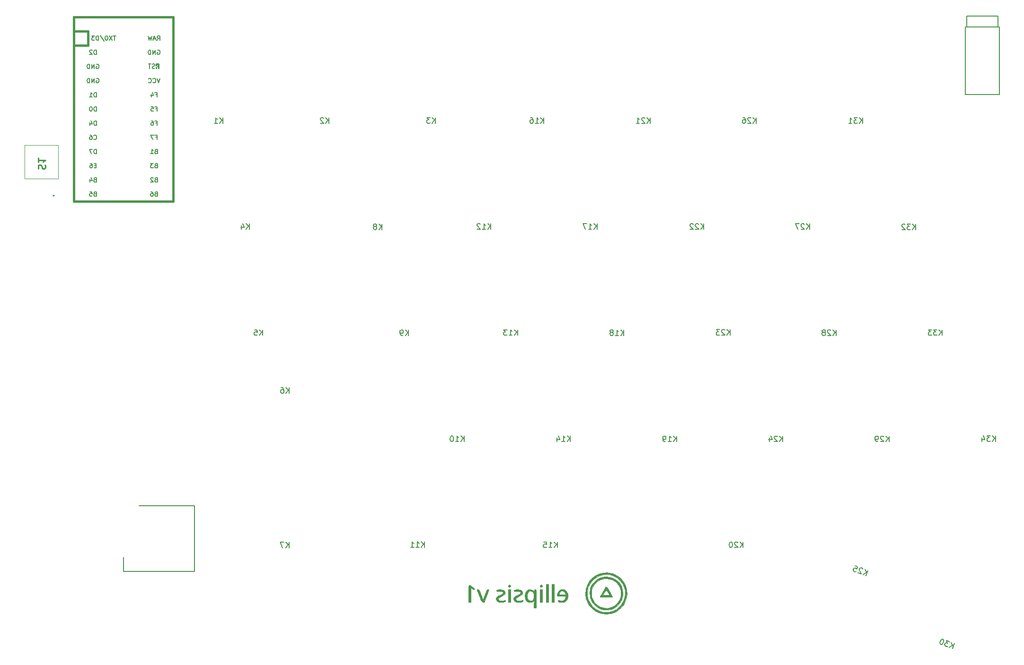
<source format=gbr>
G04 #@! TF.GenerationSoftware,KiCad,Pcbnew,(5.1.5)-3*
G04 #@! TF.CreationDate,2020-05-03T23:18:02-07:00*
G04 #@! TF.ProjectId,left,6c656674-2e6b-4696-9361-645f70636258,rev?*
G04 #@! TF.SameCoordinates,Original*
G04 #@! TF.FileFunction,Legend,Bot*
G04 #@! TF.FilePolarity,Positive*
%FSLAX46Y46*%
G04 Gerber Fmt 4.6, Leading zero omitted, Abs format (unit mm)*
G04 Created by KiCad (PCBNEW (5.1.5)-3) date 2020-05-03 23:18:02*
%MOMM*%
%LPD*%
G04 APERTURE LIST*
%ADD10C,0.010000*%
%ADD11C,0.200000*%
%ADD12C,0.150000*%
%ADD13C,0.100000*%
%ADD14C,0.381000*%
%ADD15C,0.254000*%
G04 APERTURE END LIST*
D10*
G36*
X135778226Y-127041328D02*
G01*
X135703849Y-127154222D01*
X135573051Y-127369824D01*
X135406072Y-127652957D01*
X135223150Y-127968443D01*
X135044524Y-128281104D01*
X134890434Y-128555761D01*
X134781118Y-128757237D01*
X134736815Y-128850353D01*
X134736666Y-128851704D01*
X134816091Y-128864958D01*
X135033408Y-128875977D01*
X135357180Y-128883742D01*
X135755969Y-128887236D01*
X135837333Y-128887333D01*
X136246659Y-128882752D01*
X136586809Y-128870218D01*
X136826390Y-128851543D01*
X136934008Y-128828540D01*
X136936946Y-128823833D01*
X136896030Y-128730419D01*
X136799549Y-128548667D01*
X136436638Y-128548667D01*
X135237528Y-128548667D01*
X135466212Y-128146500D01*
X135647570Y-127836312D01*
X135775130Y-127669488D01*
X135877988Y-127641734D01*
X135985241Y-127748758D01*
X136125985Y-127986267D01*
X136158152Y-128044412D01*
X136436638Y-128548667D01*
X136799549Y-128548667D01*
X136785134Y-128521513D01*
X136620755Y-128227213D01*
X136419391Y-127877613D01*
X136400718Y-127845662D01*
X136163419Y-127450704D01*
X135991631Y-127192074D01*
X135874064Y-127055185D01*
X135799428Y-127025448D01*
X135778226Y-127041328D01*
G37*
X135778226Y-127041328D02*
X135703849Y-127154222D01*
X135573051Y-127369824D01*
X135406072Y-127652957D01*
X135223150Y-127968443D01*
X135044524Y-128281104D01*
X134890434Y-128555761D01*
X134781118Y-128757237D01*
X134736815Y-128850353D01*
X134736666Y-128851704D01*
X134816091Y-128864958D01*
X135033408Y-128875977D01*
X135357180Y-128883742D01*
X135755969Y-128887236D01*
X135837333Y-128887333D01*
X136246659Y-128882752D01*
X136586809Y-128870218D01*
X136826390Y-128851543D01*
X136934008Y-128828540D01*
X136936946Y-128823833D01*
X136896030Y-128730419D01*
X136799549Y-128548667D01*
X136436638Y-128548667D01*
X135237528Y-128548667D01*
X135466212Y-128146500D01*
X135647570Y-127836312D01*
X135775130Y-127669488D01*
X135877988Y-127641734D01*
X135985241Y-127748758D01*
X136125985Y-127986267D01*
X136158152Y-128044412D01*
X136436638Y-128548667D01*
X136799549Y-128548667D01*
X136785134Y-128521513D01*
X136620755Y-128227213D01*
X136419391Y-127877613D01*
X136400718Y-127845662D01*
X136163419Y-127450704D01*
X135991631Y-127192074D01*
X135874064Y-127055185D01*
X135799428Y-127025448D01*
X135778226Y-127041328D01*
G36*
X135216307Y-125292358D02*
G01*
X134903228Y-125377624D01*
X134800449Y-125414667D01*
X134290807Y-125680368D01*
X133805381Y-126067863D01*
X133393951Y-126531549D01*
X133152912Y-126923906D01*
X133037997Y-127177995D01*
X132967500Y-127405456D01*
X132931073Y-127662846D01*
X132918371Y-128006721D01*
X132917647Y-128210000D01*
X132925368Y-128623706D01*
X132953088Y-128922831D01*
X133010046Y-129161786D01*
X133105476Y-129394978D01*
X133126045Y-129437667D01*
X133397927Y-129866985D01*
X133773616Y-130292717D01*
X134199954Y-130661926D01*
X134609666Y-130915061D01*
X135021712Y-131051875D01*
X135524173Y-131132920D01*
X136048312Y-131153638D01*
X136525391Y-131109470D01*
X136741220Y-131056393D01*
X137325477Y-130782449D01*
X137856538Y-130375120D01*
X138297701Y-129869548D01*
X138612267Y-129300878D01*
X138634904Y-129243071D01*
X138768148Y-128698405D01*
X138791929Y-128210000D01*
X138495977Y-128210000D01*
X138446068Y-128804940D01*
X138282774Y-129312828D01*
X137985746Y-129785486D01*
X137785311Y-130019827D01*
X137281120Y-130449665D01*
X136709571Y-130731252D01*
X136092650Y-130860186D01*
X135452345Y-130832059D01*
X134810643Y-130642468D01*
X134768839Y-130624197D01*
X134209167Y-130290161D01*
X133765223Y-129853930D01*
X133442364Y-129340102D01*
X133245945Y-128773277D01*
X133181321Y-128178054D01*
X133253846Y-127579030D01*
X133468877Y-127000804D01*
X133831770Y-126467977D01*
X133857646Y-126438784D01*
X134351877Y-125991428D01*
X134894660Y-125702604D01*
X135503735Y-125564338D01*
X135836845Y-125549161D01*
X136474339Y-125611602D01*
X137020240Y-125800260D01*
X137510563Y-126130047D01*
X137725001Y-126330834D01*
X138122509Y-126815573D01*
X138369423Y-127323747D01*
X138483354Y-127898284D01*
X138495977Y-128210000D01*
X138791929Y-128210000D01*
X138797569Y-128094172D01*
X138726318Y-127493384D01*
X138557544Y-126959057D01*
X138516441Y-126873608D01*
X138122459Y-126274951D01*
X137626601Y-125810536D01*
X137035224Y-125484377D01*
X136354684Y-125300487D01*
X135964333Y-125262271D01*
X135544814Y-125257205D01*
X135216307Y-125292358D01*
G37*
X135216307Y-125292358D02*
X134903228Y-125377624D01*
X134800449Y-125414667D01*
X134290807Y-125680368D01*
X133805381Y-126067863D01*
X133393951Y-126531549D01*
X133152912Y-126923906D01*
X133037997Y-127177995D01*
X132967500Y-127405456D01*
X132931073Y-127662846D01*
X132918371Y-128006721D01*
X132917647Y-128210000D01*
X132925368Y-128623706D01*
X132953088Y-128922831D01*
X133010046Y-129161786D01*
X133105476Y-129394978D01*
X133126045Y-129437667D01*
X133397927Y-129866985D01*
X133773616Y-130292717D01*
X134199954Y-130661926D01*
X134609666Y-130915061D01*
X135021712Y-131051875D01*
X135524173Y-131132920D01*
X136048312Y-131153638D01*
X136525391Y-131109470D01*
X136741220Y-131056393D01*
X137325477Y-130782449D01*
X137856538Y-130375120D01*
X138297701Y-129869548D01*
X138612267Y-129300878D01*
X138634904Y-129243071D01*
X138768148Y-128698405D01*
X138791929Y-128210000D01*
X138495977Y-128210000D01*
X138446068Y-128804940D01*
X138282774Y-129312828D01*
X137985746Y-129785486D01*
X137785311Y-130019827D01*
X137281120Y-130449665D01*
X136709571Y-130731252D01*
X136092650Y-130860186D01*
X135452345Y-130832059D01*
X134810643Y-130642468D01*
X134768839Y-130624197D01*
X134209167Y-130290161D01*
X133765223Y-129853930D01*
X133442364Y-129340102D01*
X133245945Y-128773277D01*
X133181321Y-128178054D01*
X133253846Y-127579030D01*
X133468877Y-127000804D01*
X133831770Y-126467977D01*
X133857646Y-126438784D01*
X134351877Y-125991428D01*
X134894660Y-125702604D01*
X135503735Y-125564338D01*
X135836845Y-125549161D01*
X136474339Y-125611602D01*
X137020240Y-125800260D01*
X137510563Y-126130047D01*
X137725001Y-126330834D01*
X138122509Y-126815573D01*
X138369423Y-127323747D01*
X138483354Y-127898284D01*
X138495977Y-128210000D01*
X138791929Y-128210000D01*
X138797569Y-128094172D01*
X138726318Y-127493384D01*
X138557544Y-126959057D01*
X138516441Y-126873608D01*
X138122459Y-126274951D01*
X137626601Y-125810536D01*
X137035224Y-125484377D01*
X136354684Y-125300487D01*
X135964333Y-125262271D01*
X135544814Y-125257205D01*
X135216307Y-125292358D01*
G36*
X118383895Y-126756626D02*
G01*
X118324125Y-126889720D01*
X118327215Y-126917605D01*
X118414596Y-127052662D01*
X118558073Y-127091957D01*
X118682843Y-127022522D01*
X118703831Y-126982900D01*
X118704807Y-126817457D01*
X118666933Y-126753733D01*
X118522832Y-126699398D01*
X118383895Y-126756626D01*
G37*
X118383895Y-126756626D02*
X118324125Y-126889720D01*
X118327215Y-126917605D01*
X118414596Y-127052662D01*
X118558073Y-127091957D01*
X118682843Y-127022522D01*
X118703831Y-126982900D01*
X118704807Y-126817457D01*
X118666933Y-126753733D01*
X118522832Y-126699398D01*
X118383895Y-126756626D01*
G36*
X124056562Y-126756626D02*
G01*
X123996792Y-126889720D01*
X123999881Y-126917605D01*
X124087262Y-127052662D01*
X124230739Y-127091957D01*
X124355510Y-127022522D01*
X124376498Y-126982900D01*
X124377474Y-126817457D01*
X124339600Y-126753733D01*
X124195499Y-126699398D01*
X124056562Y-126756626D01*
G37*
X124056562Y-126756626D02*
X123996792Y-126889720D01*
X123999881Y-126917605D01*
X124087262Y-127052662D01*
X124230739Y-127091957D01*
X124355510Y-127022522D01*
X124376498Y-126982900D01*
X124377474Y-126817457D01*
X124339600Y-126753733D01*
X124195499Y-126699398D01*
X124056562Y-126756626D01*
G36*
X111310779Y-126777220D02*
G01*
X111265932Y-126812219D01*
X111235074Y-126898673D01*
X111215597Y-127059589D01*
X111204888Y-127317975D01*
X111200339Y-127696840D01*
X111199339Y-128219192D01*
X111199333Y-128294667D01*
X111199333Y-129818667D01*
X111622666Y-129818667D01*
X111622666Y-127178947D01*
X111883835Y-127398706D01*
X112100105Y-127542522D01*
X112243053Y-127556622D01*
X112296818Y-127440120D01*
X112296698Y-127421836D01*
X112226525Y-127306795D01*
X112054093Y-127150151D01*
X111828401Y-126986418D01*
X111598453Y-126850112D01*
X111413247Y-126775747D01*
X111372226Y-126770667D01*
X111310779Y-126777220D01*
G37*
X111310779Y-126777220D02*
X111265932Y-126812219D01*
X111235074Y-126898673D01*
X111215597Y-127059589D01*
X111204888Y-127317975D01*
X111200339Y-127696840D01*
X111199339Y-128219192D01*
X111199333Y-128294667D01*
X111199333Y-129818667D01*
X111622666Y-129818667D01*
X111622666Y-127178947D01*
X111883835Y-127398706D01*
X112100105Y-127542522D01*
X112243053Y-127556622D01*
X112296818Y-127440120D01*
X112296698Y-127421836D01*
X112226525Y-127306795D01*
X112054093Y-127150151D01*
X111828401Y-126986418D01*
X111598453Y-126850112D01*
X111413247Y-126775747D01*
X111372226Y-126770667D01*
X111310779Y-126777220D01*
G36*
X112766570Y-127543735D02*
G01*
X112723333Y-127562403D01*
X112751821Y-127647933D01*
X112829984Y-127862053D01*
X112946869Y-128175244D01*
X113091525Y-128557987D01*
X113139567Y-128684236D01*
X113309854Y-129123893D01*
X113437449Y-129429100D01*
X113536559Y-129624893D01*
X113621393Y-129736309D01*
X113706159Y-129788386D01*
X113774526Y-129803120D01*
X113962288Y-129780966D01*
X114066059Y-129633786D01*
X114177152Y-129335505D01*
X114310931Y-128977741D01*
X114452649Y-128599755D01*
X114587557Y-128240807D01*
X114700910Y-127940155D01*
X114777959Y-127737062D01*
X114799651Y-127680833D01*
X114808756Y-127568470D01*
X114688674Y-127533221D01*
X114655235Y-127532667D01*
X114562582Y-127547510D01*
X114482672Y-127609885D01*
X114400351Y-127746555D01*
X114300466Y-127984287D01*
X114167862Y-128349846D01*
X114127944Y-128464000D01*
X113999118Y-128828794D01*
X113890620Y-129126555D01*
X113814138Y-129325844D01*
X113781666Y-129395333D01*
X113747031Y-129320489D01*
X113669130Y-129116918D01*
X113559653Y-128816059D01*
X113435389Y-128464000D01*
X113291400Y-128060880D01*
X113183603Y-127792728D01*
X113097241Y-127633025D01*
X113017559Y-127555251D01*
X112929798Y-127532887D01*
X112917156Y-127532667D01*
X112766570Y-127543735D01*
G37*
X112766570Y-127543735D02*
X112723333Y-127562403D01*
X112751821Y-127647933D01*
X112829984Y-127862053D01*
X112946869Y-128175244D01*
X113091525Y-128557987D01*
X113139567Y-128684236D01*
X113309854Y-129123893D01*
X113437449Y-129429100D01*
X113536559Y-129624893D01*
X113621393Y-129736309D01*
X113706159Y-129788386D01*
X113774526Y-129803120D01*
X113962288Y-129780966D01*
X114066059Y-129633786D01*
X114177152Y-129335505D01*
X114310931Y-128977741D01*
X114452649Y-128599755D01*
X114587557Y-128240807D01*
X114700910Y-127940155D01*
X114777959Y-127737062D01*
X114799651Y-127680833D01*
X114808756Y-127568470D01*
X114688674Y-127533221D01*
X114655235Y-127532667D01*
X114562582Y-127547510D01*
X114482672Y-127609885D01*
X114400351Y-127746555D01*
X114300466Y-127984287D01*
X114167862Y-128349846D01*
X114127944Y-128464000D01*
X113999118Y-128828794D01*
X113890620Y-129126555D01*
X113814138Y-129325844D01*
X113781666Y-129395333D01*
X113747031Y-129320489D01*
X113669130Y-129116918D01*
X113559653Y-128816059D01*
X113435389Y-128464000D01*
X113291400Y-128060880D01*
X113183603Y-127792728D01*
X113097241Y-127633025D01*
X113017559Y-127555251D01*
X112929798Y-127532887D01*
X112917156Y-127532667D01*
X112766570Y-127543735D01*
G36*
X116699825Y-127552072D02*
G01*
X116410839Y-127586642D01*
X116259685Y-127631231D01*
X116215026Y-127703344D01*
X116240829Y-127808449D01*
X116307167Y-127889084D01*
X116446566Y-127891044D01*
X116587031Y-127857391D01*
X116866621Y-127816194D01*
X117130885Y-127830107D01*
X117136413Y-127831287D01*
X117315036Y-127896283D01*
X117368724Y-128013849D01*
X117363705Y-128099935D01*
X117313813Y-128240613D01*
X117179069Y-128356838D01*
X116922048Y-128479260D01*
X116879488Y-128496513D01*
X116593564Y-128638385D01*
X116352619Y-128805034D01*
X116253149Y-128905316D01*
X116143527Y-129088716D01*
X116142775Y-129252390D01*
X116187884Y-129378958D01*
X116328264Y-129589073D01*
X116500706Y-129723017D01*
X116744161Y-129787195D01*
X117059658Y-129812661D01*
X117374323Y-129799149D01*
X117615281Y-129746395D01*
X117655166Y-129727218D01*
X117769341Y-129614634D01*
X117803353Y-129493437D01*
X117754581Y-129420448D01*
X117668932Y-129428791D01*
X117357826Y-129511236D01*
X117036025Y-129539384D01*
X116774521Y-129509207D01*
X116708811Y-129483288D01*
X116550800Y-129339653D01*
X116554556Y-129171779D01*
X116715739Y-128988331D01*
X117030009Y-128797978D01*
X117058903Y-128784011D01*
X117454781Y-128556377D01*
X117686411Y-128326486D01*
X117758827Y-128087975D01*
X117728039Y-127938317D01*
X117559409Y-127722200D01*
X117264263Y-127586924D01*
X116870026Y-127542791D01*
X116699825Y-127552072D01*
G37*
X116699825Y-127552072D02*
X116410839Y-127586642D01*
X116259685Y-127631231D01*
X116215026Y-127703344D01*
X116240829Y-127808449D01*
X116307167Y-127889084D01*
X116446566Y-127891044D01*
X116587031Y-127857391D01*
X116866621Y-127816194D01*
X117130885Y-127830107D01*
X117136413Y-127831287D01*
X117315036Y-127896283D01*
X117368724Y-128013849D01*
X117363705Y-128099935D01*
X117313813Y-128240613D01*
X117179069Y-128356838D01*
X116922048Y-128479260D01*
X116879488Y-128496513D01*
X116593564Y-128638385D01*
X116352619Y-128805034D01*
X116253149Y-128905316D01*
X116143527Y-129088716D01*
X116142775Y-129252390D01*
X116187884Y-129378958D01*
X116328264Y-129589073D01*
X116500706Y-129723017D01*
X116744161Y-129787195D01*
X117059658Y-129812661D01*
X117374323Y-129799149D01*
X117615281Y-129746395D01*
X117655166Y-129727218D01*
X117769341Y-129614634D01*
X117803353Y-129493437D01*
X117754581Y-129420448D01*
X117668932Y-129428791D01*
X117357826Y-129511236D01*
X117036025Y-129539384D01*
X116774521Y-129509207D01*
X116708811Y-129483288D01*
X116550800Y-129339653D01*
X116554556Y-129171779D01*
X116715739Y-128988331D01*
X117030009Y-128797978D01*
X117058903Y-128784011D01*
X117454781Y-128556377D01*
X117686411Y-128326486D01*
X117758827Y-128087975D01*
X117728039Y-127938317D01*
X117559409Y-127722200D01*
X117264263Y-127586924D01*
X116870026Y-127542791D01*
X116699825Y-127552072D01*
G36*
X118311333Y-129818667D02*
G01*
X118734666Y-129818667D01*
X118734666Y-127532667D01*
X118311333Y-127532667D01*
X118311333Y-129818667D01*
G37*
X118311333Y-129818667D02*
X118734666Y-129818667D01*
X118734666Y-127532667D01*
X118311333Y-127532667D01*
X118311333Y-129818667D01*
G36*
X119832491Y-127552072D02*
G01*
X119543505Y-127586642D01*
X119392351Y-127631231D01*
X119347692Y-127703344D01*
X119373496Y-127808449D01*
X119439833Y-127889084D01*
X119579233Y-127891044D01*
X119719698Y-127857391D01*
X119999287Y-127816194D01*
X120263551Y-127830107D01*
X120269080Y-127831287D01*
X120447702Y-127896283D01*
X120501390Y-128013849D01*
X120496371Y-128099935D01*
X120446480Y-128240613D01*
X120311735Y-128356838D01*
X120054715Y-128479260D01*
X120012155Y-128496513D01*
X119726231Y-128638385D01*
X119485286Y-128805034D01*
X119385816Y-128905316D01*
X119276194Y-129088716D01*
X119275442Y-129252390D01*
X119320550Y-129378958D01*
X119460931Y-129589073D01*
X119633373Y-129723017D01*
X119876828Y-129787195D01*
X120192324Y-129812661D01*
X120506989Y-129799149D01*
X120747948Y-129746395D01*
X120787833Y-129727218D01*
X120902008Y-129614634D01*
X120936020Y-129493437D01*
X120887248Y-129420448D01*
X120801598Y-129428791D01*
X120490493Y-129511236D01*
X120168691Y-129539384D01*
X119907188Y-129509207D01*
X119841478Y-129483288D01*
X119683467Y-129339653D01*
X119687223Y-129171779D01*
X119848405Y-128988331D01*
X120162676Y-128797978D01*
X120191569Y-128784011D01*
X120587448Y-128556377D01*
X120819078Y-128326486D01*
X120891494Y-128087975D01*
X120860705Y-127938317D01*
X120692076Y-127722200D01*
X120396930Y-127586924D01*
X120002692Y-127542791D01*
X119832491Y-127552072D01*
G37*
X119832491Y-127552072D02*
X119543505Y-127586642D01*
X119392351Y-127631231D01*
X119347692Y-127703344D01*
X119373496Y-127808449D01*
X119439833Y-127889084D01*
X119579233Y-127891044D01*
X119719698Y-127857391D01*
X119999287Y-127816194D01*
X120263551Y-127830107D01*
X120269080Y-127831287D01*
X120447702Y-127896283D01*
X120501390Y-128013849D01*
X120496371Y-128099935D01*
X120446480Y-128240613D01*
X120311735Y-128356838D01*
X120054715Y-128479260D01*
X120012155Y-128496513D01*
X119726231Y-128638385D01*
X119485286Y-128805034D01*
X119385816Y-128905316D01*
X119276194Y-129088716D01*
X119275442Y-129252390D01*
X119320550Y-129378958D01*
X119460931Y-129589073D01*
X119633373Y-129723017D01*
X119876828Y-129787195D01*
X120192324Y-129812661D01*
X120506989Y-129799149D01*
X120747948Y-129746395D01*
X120787833Y-129727218D01*
X120902008Y-129614634D01*
X120936020Y-129493437D01*
X120887248Y-129420448D01*
X120801598Y-129428791D01*
X120490493Y-129511236D01*
X120168691Y-129539384D01*
X119907188Y-129509207D01*
X119841478Y-129483288D01*
X119683467Y-129339653D01*
X119687223Y-129171779D01*
X119848405Y-128988331D01*
X120162676Y-128797978D01*
X120191569Y-128784011D01*
X120587448Y-128556377D01*
X120819078Y-128326486D01*
X120891494Y-128087975D01*
X120860705Y-127938317D01*
X120692076Y-127722200D01*
X120396930Y-127586924D01*
X120002692Y-127542791D01*
X119832491Y-127552072D01*
G36*
X123984000Y-129818667D02*
G01*
X124407333Y-129818667D01*
X124407333Y-127532667D01*
X123984000Y-127532667D01*
X123984000Y-129818667D01*
G37*
X123984000Y-129818667D02*
X124407333Y-129818667D01*
X124407333Y-127532667D01*
X123984000Y-127532667D01*
X123984000Y-129818667D01*
G36*
X125084666Y-129818667D02*
G01*
X125508000Y-129818667D01*
X125508000Y-126601333D01*
X125084666Y-126601333D01*
X125084666Y-129818667D01*
G37*
X125084666Y-129818667D02*
X125508000Y-129818667D01*
X125508000Y-126601333D01*
X125084666Y-126601333D01*
X125084666Y-129818667D01*
G36*
X126100666Y-129818667D02*
G01*
X126524000Y-129818667D01*
X126524000Y-126601333D01*
X126100666Y-126601333D01*
X126100666Y-129818667D01*
G37*
X126100666Y-129818667D02*
X126524000Y-129818667D01*
X126524000Y-126601333D01*
X126100666Y-126601333D01*
X126100666Y-129818667D01*
G36*
X127584754Y-127616089D02*
G01*
X127427334Y-127705851D01*
X127253154Y-127918166D01*
X127111502Y-128220951D01*
X127036736Y-128535349D01*
X127032472Y-128612167D01*
X127084618Y-128665107D01*
X127254467Y-128698596D01*
X127561288Y-128715142D01*
X127845512Y-128718000D01*
X128659024Y-128718000D01*
X128604324Y-128950833D01*
X128484082Y-129201334D01*
X128278269Y-129417334D01*
X128042577Y-129547615D01*
X127936886Y-129564667D01*
X127722223Y-129541121D01*
X127475941Y-129485910D01*
X127289046Y-129444721D01*
X127213296Y-129477729D01*
X127201333Y-129561518D01*
X127265797Y-129718083D01*
X127335258Y-129767275D01*
X127585160Y-129812084D01*
X127914876Y-129809892D01*
X128243296Y-129766392D01*
X128489308Y-129687276D01*
X128491436Y-129686130D01*
X128749839Y-129457105D01*
X128913250Y-129130420D01*
X128980682Y-128749258D01*
X128955713Y-128417462D01*
X128640666Y-128417462D01*
X128563097Y-128440245D01*
X128358724Y-128456833D01*
X128070055Y-128463937D01*
X128038821Y-128464000D01*
X127436976Y-128464000D01*
X127493122Y-128231167D01*
X127626448Y-127959198D01*
X127838173Y-127810300D01*
X128086196Y-127788577D01*
X128328413Y-127898131D01*
X128516798Y-128131389D01*
X128603011Y-128311306D01*
X128640608Y-128415917D01*
X128640666Y-128417462D01*
X128955713Y-128417462D01*
X128951148Y-128356802D01*
X128823661Y-127996236D01*
X128597233Y-127710743D01*
X128537645Y-127664806D01*
X128255280Y-127554785D01*
X127911871Y-127539499D01*
X127584754Y-127616089D01*
G37*
X127584754Y-127616089D02*
X127427334Y-127705851D01*
X127253154Y-127918166D01*
X127111502Y-128220951D01*
X127036736Y-128535349D01*
X127032472Y-128612167D01*
X127084618Y-128665107D01*
X127254467Y-128698596D01*
X127561288Y-128715142D01*
X127845512Y-128718000D01*
X128659024Y-128718000D01*
X128604324Y-128950833D01*
X128484082Y-129201334D01*
X128278269Y-129417334D01*
X128042577Y-129547615D01*
X127936886Y-129564667D01*
X127722223Y-129541121D01*
X127475941Y-129485910D01*
X127289046Y-129444721D01*
X127213296Y-129477729D01*
X127201333Y-129561518D01*
X127265797Y-129718083D01*
X127335258Y-129767275D01*
X127585160Y-129812084D01*
X127914876Y-129809892D01*
X128243296Y-129766392D01*
X128489308Y-129687276D01*
X128491436Y-129686130D01*
X128749839Y-129457105D01*
X128913250Y-129130420D01*
X128980682Y-128749258D01*
X128955713Y-128417462D01*
X128640666Y-128417462D01*
X128563097Y-128440245D01*
X128358724Y-128456833D01*
X128070055Y-128463937D01*
X128038821Y-128464000D01*
X127436976Y-128464000D01*
X127493122Y-128231167D01*
X127626448Y-127959198D01*
X127838173Y-127810300D01*
X128086196Y-127788577D01*
X128328413Y-127898131D01*
X128516798Y-128131389D01*
X128603011Y-128311306D01*
X128640608Y-128415917D01*
X128640666Y-128417462D01*
X128955713Y-128417462D01*
X128951148Y-128356802D01*
X128823661Y-127996236D01*
X128597233Y-127710743D01*
X128537645Y-127664806D01*
X128255280Y-127554785D01*
X127911871Y-127539499D01*
X127584754Y-127616089D01*
G36*
X122996813Y-127591484D02*
G01*
X122968000Y-127708145D01*
X122968000Y-127883623D01*
X122744915Y-127708145D01*
X122447275Y-127568156D01*
X122100613Y-127540346D01*
X121779937Y-127627422D01*
X121707895Y-127670732D01*
X121471714Y-127931685D01*
X121330909Y-128285547D01*
X121285480Y-128685306D01*
X121335426Y-129083952D01*
X121480749Y-129434474D01*
X121707895Y-129680601D01*
X122004270Y-129796463D01*
X122359494Y-129802485D01*
X122702601Y-129697556D01*
X122705196Y-129696219D01*
X122941984Y-129573771D01*
X122901524Y-130204219D01*
X122861065Y-130834667D01*
X123306666Y-130834667D01*
X123306666Y-129183667D01*
X123306023Y-128659484D01*
X122883333Y-128659484D01*
X122857211Y-129058109D01*
X122771855Y-129320772D01*
X122616780Y-129473678D01*
X122544666Y-129505909D01*
X122254692Y-129550998D01*
X122005800Y-129445046D01*
X121905818Y-129356848D01*
X121783657Y-129205285D01*
X121720591Y-129025456D01*
X121699016Y-128756918D01*
X121698000Y-128643327D01*
X121707236Y-128346913D01*
X121747260Y-128162981D01*
X121836544Y-128035124D01*
X121921085Y-127962145D01*
X122215974Y-127810510D01*
X122497312Y-127818594D01*
X122714000Y-127956000D01*
X122814295Y-128097490D01*
X122866608Y-128299106D01*
X122883168Y-128611654D01*
X122883333Y-128659484D01*
X123306023Y-128659484D01*
X123305970Y-128616671D01*
X123302370Y-128196912D01*
X123293601Y-127902294D01*
X123277395Y-127710722D01*
X123251487Y-127600100D01*
X123213611Y-127548334D01*
X123161501Y-127533327D01*
X123137333Y-127532667D01*
X122996813Y-127591484D01*
G37*
X122996813Y-127591484D02*
X122968000Y-127708145D01*
X122968000Y-127883623D01*
X122744915Y-127708145D01*
X122447275Y-127568156D01*
X122100613Y-127540346D01*
X121779937Y-127627422D01*
X121707895Y-127670732D01*
X121471714Y-127931685D01*
X121330909Y-128285547D01*
X121285480Y-128685306D01*
X121335426Y-129083952D01*
X121480749Y-129434474D01*
X121707895Y-129680601D01*
X122004270Y-129796463D01*
X122359494Y-129802485D01*
X122702601Y-129697556D01*
X122705196Y-129696219D01*
X122941984Y-129573771D01*
X122901524Y-130204219D01*
X122861065Y-130834667D01*
X123306666Y-130834667D01*
X123306666Y-129183667D01*
X123306023Y-128659484D01*
X122883333Y-128659484D01*
X122857211Y-129058109D01*
X122771855Y-129320772D01*
X122616780Y-129473678D01*
X122544666Y-129505909D01*
X122254692Y-129550998D01*
X122005800Y-129445046D01*
X121905818Y-129356848D01*
X121783657Y-129205285D01*
X121720591Y-129025456D01*
X121699016Y-128756918D01*
X121698000Y-128643327D01*
X121707236Y-128346913D01*
X121747260Y-128162981D01*
X121836544Y-128035124D01*
X121921085Y-127962145D01*
X122215974Y-127810510D01*
X122497312Y-127818594D01*
X122714000Y-127956000D01*
X122814295Y-128097490D01*
X122866608Y-128299106D01*
X122883168Y-128611654D01*
X122883333Y-128659484D01*
X123306023Y-128659484D01*
X123305970Y-128616671D01*
X123302370Y-128196912D01*
X123293601Y-127902294D01*
X123277395Y-127710722D01*
X123251487Y-127600100D01*
X123213611Y-127548334D01*
X123161501Y-127533327D01*
X123137333Y-127532667D01*
X122996813Y-127591484D01*
G36*
X135297739Y-124534450D02*
G01*
X134558624Y-124715600D01*
X133887849Y-125036719D01*
X133301394Y-125485101D01*
X132815239Y-126048042D01*
X132445363Y-126712836D01*
X132207747Y-127466778D01*
X132179670Y-127614377D01*
X132130114Y-128366383D01*
X132232854Y-129084475D01*
X132471941Y-129753916D01*
X132831427Y-130359969D01*
X133295364Y-130887895D01*
X133847804Y-131322957D01*
X134472798Y-131650418D01*
X135154398Y-131855540D01*
X135876656Y-131923586D01*
X136623623Y-131839819D01*
X136726333Y-131815866D01*
X137419525Y-131563942D01*
X138057921Y-131177482D01*
X138609543Y-130681865D01*
X139042412Y-130102472D01*
X139160056Y-129884357D01*
X139432567Y-129145564D01*
X139549838Y-128384543D01*
X139546592Y-128315801D01*
X139257717Y-128315801D01*
X139155113Y-128989270D01*
X138923274Y-129639855D01*
X138577647Y-130235451D01*
X138133675Y-130743952D01*
X137606804Y-131133250D01*
X137517561Y-131181449D01*
X137071748Y-131387776D01*
X136670820Y-131511527D01*
X136245373Y-131567644D01*
X135726004Y-131571071D01*
X135710333Y-131570583D01*
X135273883Y-131545242D01*
X134940777Y-131493056D01*
X134645593Y-131401007D01*
X134461276Y-131322060D01*
X133899507Y-130983675D01*
X133381026Y-130521978D01*
X132952677Y-129982954D01*
X132766780Y-129658688D01*
X132642357Y-129393976D01*
X132562638Y-129174721D01*
X132517755Y-128948777D01*
X132497842Y-128663995D01*
X132493031Y-128268230D01*
X132493000Y-128211780D01*
X132496972Y-127796746D01*
X132515414Y-127497864D01*
X132558116Y-127262020D01*
X132634871Y-127036098D01*
X132755467Y-126766983D01*
X132761765Y-126753673D01*
X133140401Y-126136741D01*
X133632369Y-125618925D01*
X134212658Y-125213592D01*
X134856257Y-124934110D01*
X135538153Y-124793846D01*
X136233334Y-124806166D01*
X136366500Y-124827157D01*
X137116644Y-125043299D01*
X137776834Y-125396305D01*
X138333929Y-125873146D01*
X138774787Y-126460796D01*
X139086266Y-127146226D01*
X139215642Y-127651556D01*
X139257717Y-128315801D01*
X139546592Y-128315801D01*
X139514007Y-127625950D01*
X139327214Y-126894439D01*
X138991597Y-126214668D01*
X138820413Y-125968356D01*
X138276873Y-125386247D01*
X137642376Y-124945269D01*
X136927716Y-124651203D01*
X136143688Y-124509829D01*
X136089216Y-124505974D01*
X135297739Y-124534450D01*
G37*
X135297739Y-124534450D02*
X134558624Y-124715600D01*
X133887849Y-125036719D01*
X133301394Y-125485101D01*
X132815239Y-126048042D01*
X132445363Y-126712836D01*
X132207747Y-127466778D01*
X132179670Y-127614377D01*
X132130114Y-128366383D01*
X132232854Y-129084475D01*
X132471941Y-129753916D01*
X132831427Y-130359969D01*
X133295364Y-130887895D01*
X133847804Y-131322957D01*
X134472798Y-131650418D01*
X135154398Y-131855540D01*
X135876656Y-131923586D01*
X136623623Y-131839819D01*
X136726333Y-131815866D01*
X137419525Y-131563942D01*
X138057921Y-131177482D01*
X138609543Y-130681865D01*
X139042412Y-130102472D01*
X139160056Y-129884357D01*
X139432567Y-129145564D01*
X139549838Y-128384543D01*
X139546592Y-128315801D01*
X139257717Y-128315801D01*
X139155113Y-128989270D01*
X138923274Y-129639855D01*
X138577647Y-130235451D01*
X138133675Y-130743952D01*
X137606804Y-131133250D01*
X137517561Y-131181449D01*
X137071748Y-131387776D01*
X136670820Y-131511527D01*
X136245373Y-131567644D01*
X135726004Y-131571071D01*
X135710333Y-131570583D01*
X135273883Y-131545242D01*
X134940777Y-131493056D01*
X134645593Y-131401007D01*
X134461276Y-131322060D01*
X133899507Y-130983675D01*
X133381026Y-130521978D01*
X132952677Y-129982954D01*
X132766780Y-129658688D01*
X132642357Y-129393976D01*
X132562638Y-129174721D01*
X132517755Y-128948777D01*
X132497842Y-128663995D01*
X132493031Y-128268230D01*
X132493000Y-128211780D01*
X132496972Y-127796746D01*
X132515414Y-127497864D01*
X132558116Y-127262020D01*
X132634871Y-127036098D01*
X132755467Y-126766983D01*
X132761765Y-126753673D01*
X133140401Y-126136741D01*
X133632369Y-125618925D01*
X134212658Y-125213592D01*
X134856257Y-124934110D01*
X135538153Y-124793846D01*
X136233334Y-124806166D01*
X136366500Y-124827157D01*
X137116644Y-125043299D01*
X137776834Y-125396305D01*
X138333929Y-125873146D01*
X138774787Y-126460796D01*
X139086266Y-127146226D01*
X139215642Y-127651556D01*
X139257717Y-128315801D01*
X139546592Y-128315801D01*
X139514007Y-127625950D01*
X139327214Y-126894439D01*
X138991597Y-126214668D01*
X138820413Y-125968356D01*
X138276873Y-125386247D01*
X137642376Y-124945269D01*
X136927716Y-124651203D01*
X136143688Y-124509829D01*
X136089216Y-124505974D01*
X135297739Y-124534450D01*
D11*
X52250000Y-112550000D02*
X62200000Y-112550000D01*
X62200000Y-112550000D02*
X62200000Y-124300000D01*
X62200000Y-124300000D02*
X49500000Y-124300000D01*
X49500000Y-124300000D02*
X49500000Y-121750000D01*
D12*
X200100000Y-26800000D02*
X206200000Y-26800000D01*
X200100000Y-38900000D02*
X206200000Y-38900000D01*
X200100000Y-26800000D02*
X200100000Y-38900000D01*
X206200000Y-26800000D02*
X206200000Y-38900000D01*
X200350000Y-26800000D02*
X200350000Y-24800000D01*
X205950000Y-26800000D02*
X205950000Y-24800000D01*
X200350000Y-24800000D02*
X205950000Y-24800000D01*
D13*
X37800000Y-53900000D02*
X37800000Y-47900000D01*
X37800000Y-47900000D02*
X31800000Y-47900000D01*
X31800000Y-47900000D02*
X31800000Y-53900000D01*
X31800000Y-53900000D02*
X37800000Y-53900000D01*
D11*
X37100000Y-57000000D02*
X37100000Y-57000000D01*
X36900000Y-57000000D02*
X36900000Y-57000000D01*
X36900000Y-57000000D02*
G75*
G02X37100000Y-57000000I100000J0D01*
G01*
X37100000Y-57000000D02*
G75*
G02X36900000Y-57000000I-100000J0D01*
G01*
D14*
X43150000Y-30050000D02*
X40610000Y-30050000D01*
X43150000Y-27510000D02*
X43150000Y-30050000D01*
D12*
G36*
X55544635Y-33799030D02*
G01*
X55544635Y-33899030D01*
X55644635Y-33899030D01*
X55644635Y-33799030D01*
X55544635Y-33799030D01*
G37*
X55544635Y-33799030D02*
X55544635Y-33899030D01*
X55644635Y-33899030D01*
X55644635Y-33799030D01*
X55544635Y-33799030D01*
G36*
X55744635Y-33399030D02*
G01*
X55744635Y-34199030D01*
X55844635Y-34199030D01*
X55844635Y-33399030D01*
X55744635Y-33399030D01*
G37*
X55744635Y-33399030D02*
X55744635Y-34199030D01*
X55844635Y-34199030D01*
X55844635Y-33399030D01*
X55744635Y-33399030D01*
G36*
X55344635Y-33999030D02*
G01*
X55344635Y-34199030D01*
X55444635Y-34199030D01*
X55444635Y-33999030D01*
X55344635Y-33999030D01*
G37*
X55344635Y-33999030D02*
X55344635Y-34199030D01*
X55444635Y-34199030D01*
X55444635Y-33999030D01*
X55344635Y-33999030D01*
G36*
X55344635Y-33399030D02*
G01*
X55344635Y-33699030D01*
X55444635Y-33699030D01*
X55444635Y-33399030D01*
X55344635Y-33399030D01*
G37*
X55344635Y-33399030D02*
X55344635Y-33699030D01*
X55444635Y-33699030D01*
X55444635Y-33399030D01*
X55344635Y-33399030D01*
G36*
X55344635Y-33399030D02*
G01*
X55344635Y-33499030D01*
X55844635Y-33499030D01*
X55844635Y-33399030D01*
X55344635Y-33399030D01*
G37*
X55344635Y-33399030D02*
X55344635Y-33499030D01*
X55844635Y-33499030D01*
X55844635Y-33399030D01*
X55344635Y-33399030D01*
D14*
X58390000Y-57990000D02*
X58390000Y-24970000D01*
X40610000Y-57990000D02*
X58390000Y-57990000D01*
X40610000Y-24970000D02*
X40610000Y-57990000D01*
X58390000Y-24970000D02*
X40610000Y-24970000D01*
X43150000Y-27510000D02*
X40610000Y-27510000D01*
D11*
X67263095Y-44020380D02*
X67263095Y-43020380D01*
X66691666Y-44020380D02*
X67120238Y-43448952D01*
X66691666Y-43020380D02*
X67263095Y-43591809D01*
X65739285Y-44020380D02*
X66310714Y-44020380D01*
X66025000Y-44020380D02*
X66025000Y-43020380D01*
X66120238Y-43163238D01*
X66215476Y-43258476D01*
X66310714Y-43306095D01*
X86238095Y-44020380D02*
X86238095Y-43020380D01*
X85666666Y-44020380D02*
X86095238Y-43448952D01*
X85666666Y-43020380D02*
X86238095Y-43591809D01*
X85285714Y-43115619D02*
X85238095Y-43068000D01*
X85142857Y-43020380D01*
X84904761Y-43020380D01*
X84809523Y-43068000D01*
X84761904Y-43115619D01*
X84714285Y-43210857D01*
X84714285Y-43306095D01*
X84761904Y-43448952D01*
X85333333Y-44020380D01*
X84714285Y-44020380D01*
X105263095Y-43995380D02*
X105263095Y-42995380D01*
X104691666Y-43995380D02*
X105120238Y-43423952D01*
X104691666Y-42995380D02*
X105263095Y-43566809D01*
X104358333Y-42995380D02*
X103739285Y-42995380D01*
X104072619Y-43376333D01*
X103929761Y-43376333D01*
X103834523Y-43423952D01*
X103786904Y-43471571D01*
X103739285Y-43566809D01*
X103739285Y-43804904D01*
X103786904Y-43900142D01*
X103834523Y-43947761D01*
X103929761Y-43995380D01*
X104215476Y-43995380D01*
X104310714Y-43947761D01*
X104358333Y-43900142D01*
X72013095Y-62995380D02*
X72013095Y-61995380D01*
X71441666Y-62995380D02*
X71870238Y-62423952D01*
X71441666Y-61995380D02*
X72013095Y-62566809D01*
X70584523Y-62328714D02*
X70584523Y-62995380D01*
X70822619Y-61947761D02*
X71060714Y-62662047D01*
X70441666Y-62662047D01*
X74388095Y-81995380D02*
X74388095Y-80995380D01*
X73816666Y-81995380D02*
X74245238Y-81423952D01*
X73816666Y-80995380D02*
X74388095Y-81566809D01*
X72911904Y-80995380D02*
X73388095Y-80995380D01*
X73435714Y-81471571D01*
X73388095Y-81423952D01*
X73292857Y-81376333D01*
X73054761Y-81376333D01*
X72959523Y-81423952D01*
X72911904Y-81471571D01*
X72864285Y-81566809D01*
X72864285Y-81804904D01*
X72911904Y-81900142D01*
X72959523Y-81947761D01*
X73054761Y-81995380D01*
X73292857Y-81995380D01*
X73388095Y-81947761D01*
X73435714Y-81900142D01*
X79138095Y-92359380D02*
X79138095Y-91359380D01*
X78566666Y-92359380D02*
X78995238Y-91787952D01*
X78566666Y-91359380D02*
X79138095Y-91930809D01*
X77709523Y-91359380D02*
X77900000Y-91359380D01*
X77995238Y-91407000D01*
X78042857Y-91454619D01*
X78138095Y-91597476D01*
X78185714Y-91787952D01*
X78185714Y-92168904D01*
X78138095Y-92264142D01*
X78090476Y-92311761D01*
X77995238Y-92359380D01*
X77804761Y-92359380D01*
X77709523Y-92311761D01*
X77661904Y-92264142D01*
X77614285Y-92168904D01*
X77614285Y-91930809D01*
X77661904Y-91835571D01*
X77709523Y-91787952D01*
X77804761Y-91740333D01*
X77995238Y-91740333D01*
X78090476Y-91787952D01*
X78138095Y-91835571D01*
X78185714Y-91930809D01*
X79088095Y-120045380D02*
X79088095Y-119045380D01*
X78516666Y-120045380D02*
X78945238Y-119473952D01*
X78516666Y-119045380D02*
X79088095Y-119616809D01*
X78183333Y-119045380D02*
X77516666Y-119045380D01*
X77945238Y-120045380D01*
X95738095Y-63045380D02*
X95738095Y-62045380D01*
X95166666Y-63045380D02*
X95595238Y-62473952D01*
X95166666Y-62045380D02*
X95738095Y-62616809D01*
X94595238Y-62473952D02*
X94690476Y-62426333D01*
X94738095Y-62378714D01*
X94785714Y-62283476D01*
X94785714Y-62235857D01*
X94738095Y-62140619D01*
X94690476Y-62093000D01*
X94595238Y-62045380D01*
X94404761Y-62045380D01*
X94309523Y-62093000D01*
X94261904Y-62140619D01*
X94214285Y-62235857D01*
X94214285Y-62283476D01*
X94261904Y-62378714D01*
X94309523Y-62426333D01*
X94404761Y-62473952D01*
X94595238Y-62473952D01*
X94690476Y-62521571D01*
X94738095Y-62569190D01*
X94785714Y-62664428D01*
X94785714Y-62854904D01*
X94738095Y-62950142D01*
X94690476Y-62997761D01*
X94595238Y-63045380D01*
X94404761Y-63045380D01*
X94309523Y-62997761D01*
X94261904Y-62950142D01*
X94214285Y-62854904D01*
X94214285Y-62664428D01*
X94261904Y-62569190D01*
X94309523Y-62521571D01*
X94404761Y-62473952D01*
X100488095Y-82045380D02*
X100488095Y-81045380D01*
X99916666Y-82045380D02*
X100345238Y-81473952D01*
X99916666Y-81045380D02*
X100488095Y-81616809D01*
X99440476Y-82045380D02*
X99250000Y-82045380D01*
X99154761Y-81997761D01*
X99107142Y-81950142D01*
X99011904Y-81807285D01*
X98964285Y-81616809D01*
X98964285Y-81235857D01*
X99011904Y-81140619D01*
X99059523Y-81093000D01*
X99154761Y-81045380D01*
X99345238Y-81045380D01*
X99440476Y-81093000D01*
X99488095Y-81140619D01*
X99535714Y-81235857D01*
X99535714Y-81473952D01*
X99488095Y-81569190D01*
X99440476Y-81616809D01*
X99345238Y-81664428D01*
X99154761Y-81664428D01*
X99059523Y-81616809D01*
X99011904Y-81569190D01*
X98964285Y-81473952D01*
X110414285Y-101020380D02*
X110414285Y-100020380D01*
X109842857Y-101020380D02*
X110271428Y-100448952D01*
X109842857Y-100020380D02*
X110414285Y-100591809D01*
X108890476Y-101020380D02*
X109461904Y-101020380D01*
X109176190Y-101020380D02*
X109176190Y-100020380D01*
X109271428Y-100163238D01*
X109366666Y-100258476D01*
X109461904Y-100306095D01*
X108271428Y-100020380D02*
X108176190Y-100020380D01*
X108080952Y-100068000D01*
X108033333Y-100115619D01*
X107985714Y-100210857D01*
X107938095Y-100401333D01*
X107938095Y-100639428D01*
X107985714Y-100829904D01*
X108033333Y-100925142D01*
X108080952Y-100972761D01*
X108176190Y-101020380D01*
X108271428Y-101020380D01*
X108366666Y-100972761D01*
X108414285Y-100925142D01*
X108461904Y-100829904D01*
X108509523Y-100639428D01*
X108509523Y-100401333D01*
X108461904Y-100210857D01*
X108414285Y-100115619D01*
X108366666Y-100068000D01*
X108271428Y-100020380D01*
X103339285Y-119995380D02*
X103339285Y-118995380D01*
X102767857Y-119995380D02*
X103196428Y-119423952D01*
X102767857Y-118995380D02*
X103339285Y-119566809D01*
X101815476Y-119995380D02*
X102386904Y-119995380D01*
X102101190Y-119995380D02*
X102101190Y-118995380D01*
X102196428Y-119138238D01*
X102291666Y-119233476D01*
X102386904Y-119281095D01*
X100863095Y-119995380D02*
X101434523Y-119995380D01*
X101148809Y-119995380D02*
X101148809Y-118995380D01*
X101244047Y-119138238D01*
X101339285Y-119233476D01*
X101434523Y-119281095D01*
X115214285Y-62995380D02*
X115214285Y-61995380D01*
X114642857Y-62995380D02*
X115071428Y-62423952D01*
X114642857Y-61995380D02*
X115214285Y-62566809D01*
X113690476Y-62995380D02*
X114261904Y-62995380D01*
X113976190Y-62995380D02*
X113976190Y-61995380D01*
X114071428Y-62138238D01*
X114166666Y-62233476D01*
X114261904Y-62281095D01*
X113309523Y-62090619D02*
X113261904Y-62043000D01*
X113166666Y-61995380D01*
X112928571Y-61995380D01*
X112833333Y-62043000D01*
X112785714Y-62090619D01*
X112738095Y-62185857D01*
X112738095Y-62281095D01*
X112785714Y-62423952D01*
X113357142Y-62995380D01*
X112738095Y-62995380D01*
X119989285Y-81995380D02*
X119989285Y-80995380D01*
X119417857Y-81995380D02*
X119846428Y-81423952D01*
X119417857Y-80995380D02*
X119989285Y-81566809D01*
X118465476Y-81995380D02*
X119036904Y-81995380D01*
X118751190Y-81995380D02*
X118751190Y-80995380D01*
X118846428Y-81138238D01*
X118941666Y-81233476D01*
X119036904Y-81281095D01*
X118132142Y-80995380D02*
X117513095Y-80995380D01*
X117846428Y-81376333D01*
X117703571Y-81376333D01*
X117608333Y-81423952D01*
X117560714Y-81471571D01*
X117513095Y-81566809D01*
X117513095Y-81804904D01*
X117560714Y-81900142D01*
X117608333Y-81947761D01*
X117703571Y-81995380D01*
X117989285Y-81995380D01*
X118084523Y-81947761D01*
X118132142Y-81900142D01*
X129439285Y-101020380D02*
X129439285Y-100020380D01*
X128867857Y-101020380D02*
X129296428Y-100448952D01*
X128867857Y-100020380D02*
X129439285Y-100591809D01*
X127915476Y-101020380D02*
X128486904Y-101020380D01*
X128201190Y-101020380D02*
X128201190Y-100020380D01*
X128296428Y-100163238D01*
X128391666Y-100258476D01*
X128486904Y-100306095D01*
X127058333Y-100353714D02*
X127058333Y-101020380D01*
X127296428Y-99972761D02*
X127534523Y-100687047D01*
X126915476Y-100687047D01*
X127089285Y-120020380D02*
X127089285Y-119020380D01*
X126517857Y-120020380D02*
X126946428Y-119448952D01*
X126517857Y-119020380D02*
X127089285Y-119591809D01*
X125565476Y-120020380D02*
X126136904Y-120020380D01*
X125851190Y-120020380D02*
X125851190Y-119020380D01*
X125946428Y-119163238D01*
X126041666Y-119258476D01*
X126136904Y-119306095D01*
X124660714Y-119020380D02*
X125136904Y-119020380D01*
X125184523Y-119496571D01*
X125136904Y-119448952D01*
X125041666Y-119401333D01*
X124803571Y-119401333D01*
X124708333Y-119448952D01*
X124660714Y-119496571D01*
X124613095Y-119591809D01*
X124613095Y-119829904D01*
X124660714Y-119925142D01*
X124708333Y-119972761D01*
X124803571Y-120020380D01*
X125041666Y-120020380D01*
X125136904Y-119972761D01*
X125184523Y-119925142D01*
X124689285Y-43995380D02*
X124689285Y-42995380D01*
X124117857Y-43995380D02*
X124546428Y-43423952D01*
X124117857Y-42995380D02*
X124689285Y-43566809D01*
X123165476Y-43995380D02*
X123736904Y-43995380D01*
X123451190Y-43995380D02*
X123451190Y-42995380D01*
X123546428Y-43138238D01*
X123641666Y-43233476D01*
X123736904Y-43281095D01*
X122308333Y-42995380D02*
X122498809Y-42995380D01*
X122594047Y-43043000D01*
X122641666Y-43090619D01*
X122736904Y-43233476D01*
X122784523Y-43423952D01*
X122784523Y-43804904D01*
X122736904Y-43900142D01*
X122689285Y-43947761D01*
X122594047Y-43995380D01*
X122403571Y-43995380D01*
X122308333Y-43947761D01*
X122260714Y-43900142D01*
X122213095Y-43804904D01*
X122213095Y-43566809D01*
X122260714Y-43471571D01*
X122308333Y-43423952D01*
X122403571Y-43376333D01*
X122594047Y-43376333D01*
X122689285Y-43423952D01*
X122736904Y-43471571D01*
X122784523Y-43566809D01*
X134214285Y-63020380D02*
X134214285Y-62020380D01*
X133642857Y-63020380D02*
X134071428Y-62448952D01*
X133642857Y-62020380D02*
X134214285Y-62591809D01*
X132690476Y-63020380D02*
X133261904Y-63020380D01*
X132976190Y-63020380D02*
X132976190Y-62020380D01*
X133071428Y-62163238D01*
X133166666Y-62258476D01*
X133261904Y-62306095D01*
X132357142Y-62020380D02*
X131690476Y-62020380D01*
X132119047Y-63020380D01*
X139014285Y-82020380D02*
X139014285Y-81020380D01*
X138442857Y-82020380D02*
X138871428Y-81448952D01*
X138442857Y-81020380D02*
X139014285Y-81591809D01*
X137490476Y-82020380D02*
X138061904Y-82020380D01*
X137776190Y-82020380D02*
X137776190Y-81020380D01*
X137871428Y-81163238D01*
X137966666Y-81258476D01*
X138061904Y-81306095D01*
X136919047Y-81448952D02*
X137014285Y-81401333D01*
X137061904Y-81353714D01*
X137109523Y-81258476D01*
X137109523Y-81210857D01*
X137061904Y-81115619D01*
X137014285Y-81068000D01*
X136919047Y-81020380D01*
X136728571Y-81020380D01*
X136633333Y-81068000D01*
X136585714Y-81115619D01*
X136538095Y-81210857D01*
X136538095Y-81258476D01*
X136585714Y-81353714D01*
X136633333Y-81401333D01*
X136728571Y-81448952D01*
X136919047Y-81448952D01*
X137014285Y-81496571D01*
X137061904Y-81544190D01*
X137109523Y-81639428D01*
X137109523Y-81829904D01*
X137061904Y-81925142D01*
X137014285Y-81972761D01*
X136919047Y-82020380D01*
X136728571Y-82020380D01*
X136633333Y-81972761D01*
X136585714Y-81925142D01*
X136538095Y-81829904D01*
X136538095Y-81639428D01*
X136585714Y-81544190D01*
X136633333Y-81496571D01*
X136728571Y-81448952D01*
X148439285Y-101045380D02*
X148439285Y-100045380D01*
X147867857Y-101045380D02*
X148296428Y-100473952D01*
X147867857Y-100045380D02*
X148439285Y-100616809D01*
X146915476Y-101045380D02*
X147486904Y-101045380D01*
X147201190Y-101045380D02*
X147201190Y-100045380D01*
X147296428Y-100188238D01*
X147391666Y-100283476D01*
X147486904Y-100331095D01*
X146439285Y-101045380D02*
X146248809Y-101045380D01*
X146153571Y-100997761D01*
X146105952Y-100950142D01*
X146010714Y-100807285D01*
X145963095Y-100616809D01*
X145963095Y-100235857D01*
X146010714Y-100140619D01*
X146058333Y-100093000D01*
X146153571Y-100045380D01*
X146344047Y-100045380D01*
X146439285Y-100093000D01*
X146486904Y-100140619D01*
X146534523Y-100235857D01*
X146534523Y-100473952D01*
X146486904Y-100569190D01*
X146439285Y-100616809D01*
X146344047Y-100664428D01*
X146153571Y-100664428D01*
X146058333Y-100616809D01*
X146010714Y-100569190D01*
X145963095Y-100473952D01*
X160339285Y-120020380D02*
X160339285Y-119020380D01*
X159767857Y-120020380D02*
X160196428Y-119448952D01*
X159767857Y-119020380D02*
X160339285Y-119591809D01*
X159386904Y-119115619D02*
X159339285Y-119068000D01*
X159244047Y-119020380D01*
X159005952Y-119020380D01*
X158910714Y-119068000D01*
X158863095Y-119115619D01*
X158815476Y-119210857D01*
X158815476Y-119306095D01*
X158863095Y-119448952D01*
X159434523Y-120020380D01*
X158815476Y-120020380D01*
X158196428Y-119020380D02*
X158101190Y-119020380D01*
X158005952Y-119068000D01*
X157958333Y-119115619D01*
X157910714Y-119210857D01*
X157863095Y-119401333D01*
X157863095Y-119639428D01*
X157910714Y-119829904D01*
X157958333Y-119925142D01*
X158005952Y-119972761D01*
X158101190Y-120020380D01*
X158196428Y-120020380D01*
X158291666Y-119972761D01*
X158339285Y-119925142D01*
X158386904Y-119829904D01*
X158434523Y-119639428D01*
X158434523Y-119401333D01*
X158386904Y-119210857D01*
X158339285Y-119115619D01*
X158291666Y-119068000D01*
X158196428Y-119020380D01*
X143714285Y-44020380D02*
X143714285Y-43020380D01*
X143142857Y-44020380D02*
X143571428Y-43448952D01*
X143142857Y-43020380D02*
X143714285Y-43591809D01*
X142761904Y-43115619D02*
X142714285Y-43068000D01*
X142619047Y-43020380D01*
X142380952Y-43020380D01*
X142285714Y-43068000D01*
X142238095Y-43115619D01*
X142190476Y-43210857D01*
X142190476Y-43306095D01*
X142238095Y-43448952D01*
X142809523Y-44020380D01*
X142190476Y-44020380D01*
X141238095Y-44020380D02*
X141809523Y-44020380D01*
X141523809Y-44020380D02*
X141523809Y-43020380D01*
X141619047Y-43163238D01*
X141714285Y-43258476D01*
X141809523Y-43306095D01*
X153314285Y-63020380D02*
X153314285Y-62020380D01*
X152742857Y-63020380D02*
X153171428Y-62448952D01*
X152742857Y-62020380D02*
X153314285Y-62591809D01*
X152361904Y-62115619D02*
X152314285Y-62068000D01*
X152219047Y-62020380D01*
X151980952Y-62020380D01*
X151885714Y-62068000D01*
X151838095Y-62115619D01*
X151790476Y-62210857D01*
X151790476Y-62306095D01*
X151838095Y-62448952D01*
X152409523Y-63020380D01*
X151790476Y-63020380D01*
X151409523Y-62115619D02*
X151361904Y-62068000D01*
X151266666Y-62020380D01*
X151028571Y-62020380D01*
X150933333Y-62068000D01*
X150885714Y-62115619D01*
X150838095Y-62210857D01*
X150838095Y-62306095D01*
X150885714Y-62448952D01*
X151457142Y-63020380D01*
X150838095Y-63020380D01*
X158014285Y-81970380D02*
X158014285Y-80970380D01*
X157442857Y-81970380D02*
X157871428Y-81398952D01*
X157442857Y-80970380D02*
X158014285Y-81541809D01*
X157061904Y-81065619D02*
X157014285Y-81018000D01*
X156919047Y-80970380D01*
X156680952Y-80970380D01*
X156585714Y-81018000D01*
X156538095Y-81065619D01*
X156490476Y-81160857D01*
X156490476Y-81256095D01*
X156538095Y-81398952D01*
X157109523Y-81970380D01*
X156490476Y-81970380D01*
X156157142Y-80970380D02*
X155538095Y-80970380D01*
X155871428Y-81351333D01*
X155728571Y-81351333D01*
X155633333Y-81398952D01*
X155585714Y-81446571D01*
X155538095Y-81541809D01*
X155538095Y-81779904D01*
X155585714Y-81875142D01*
X155633333Y-81922761D01*
X155728571Y-81970380D01*
X156014285Y-81970380D01*
X156109523Y-81922761D01*
X156157142Y-81875142D01*
X167439285Y-101045380D02*
X167439285Y-100045380D01*
X166867857Y-101045380D02*
X167296428Y-100473952D01*
X166867857Y-100045380D02*
X167439285Y-100616809D01*
X166486904Y-100140619D02*
X166439285Y-100093000D01*
X166344047Y-100045380D01*
X166105952Y-100045380D01*
X166010714Y-100093000D01*
X165963095Y-100140619D01*
X165915476Y-100235857D01*
X165915476Y-100331095D01*
X165963095Y-100473952D01*
X166534523Y-101045380D01*
X165915476Y-101045380D01*
X165058333Y-100378714D02*
X165058333Y-101045380D01*
X165296428Y-99997761D02*
X165534523Y-100712047D01*
X164915476Y-100712047D01*
X182334488Y-125048002D02*
X182676509Y-124108309D01*
X181797521Y-124852562D02*
X182395687Y-124462174D01*
X182139541Y-123912869D02*
X182481068Y-124645276D01*
X181748990Y-123872070D02*
X181720529Y-123811036D01*
X181647321Y-123733716D01*
X181423585Y-123652282D01*
X181317804Y-123664456D01*
X181256770Y-123692917D01*
X181179449Y-123766125D01*
X181146876Y-123855619D01*
X181142763Y-124006148D01*
X181484290Y-124738555D01*
X180902576Y-124526828D01*
X180394398Y-123277689D02*
X180841871Y-123440555D01*
X180723751Y-123904315D01*
X180695291Y-123843281D01*
X180622083Y-123765960D01*
X180398346Y-123684527D01*
X180292565Y-123696701D01*
X180231531Y-123725161D01*
X180154211Y-123798369D01*
X180072777Y-124022106D01*
X180084951Y-124127887D01*
X180113412Y-124188921D01*
X180186620Y-124266241D01*
X180410356Y-124347675D01*
X180516137Y-124335501D01*
X180577171Y-124307040D01*
X162689285Y-43995380D02*
X162689285Y-42995380D01*
X162117857Y-43995380D02*
X162546428Y-43423952D01*
X162117857Y-42995380D02*
X162689285Y-43566809D01*
X161736904Y-43090619D02*
X161689285Y-43043000D01*
X161594047Y-42995380D01*
X161355952Y-42995380D01*
X161260714Y-43043000D01*
X161213095Y-43090619D01*
X161165476Y-43185857D01*
X161165476Y-43281095D01*
X161213095Y-43423952D01*
X161784523Y-43995380D01*
X161165476Y-43995380D01*
X160308333Y-42995380D02*
X160498809Y-42995380D01*
X160594047Y-43043000D01*
X160641666Y-43090619D01*
X160736904Y-43233476D01*
X160784523Y-43423952D01*
X160784523Y-43804904D01*
X160736904Y-43900142D01*
X160689285Y-43947761D01*
X160594047Y-43995380D01*
X160403571Y-43995380D01*
X160308333Y-43947761D01*
X160260714Y-43900142D01*
X160213095Y-43804904D01*
X160213095Y-43566809D01*
X160260714Y-43471571D01*
X160308333Y-43423952D01*
X160403571Y-43376333D01*
X160594047Y-43376333D01*
X160689285Y-43423952D01*
X160736904Y-43471571D01*
X160784523Y-43566809D01*
X172214285Y-63020380D02*
X172214285Y-62020380D01*
X171642857Y-63020380D02*
X172071428Y-62448952D01*
X171642857Y-62020380D02*
X172214285Y-62591809D01*
X171261904Y-62115619D02*
X171214285Y-62068000D01*
X171119047Y-62020380D01*
X170880952Y-62020380D01*
X170785714Y-62068000D01*
X170738095Y-62115619D01*
X170690476Y-62210857D01*
X170690476Y-62306095D01*
X170738095Y-62448952D01*
X171309523Y-63020380D01*
X170690476Y-63020380D01*
X170357142Y-62020380D02*
X169690476Y-62020380D01*
X170119047Y-63020380D01*
X176964285Y-82020380D02*
X176964285Y-81020380D01*
X176392857Y-82020380D02*
X176821428Y-81448952D01*
X176392857Y-81020380D02*
X176964285Y-81591809D01*
X176011904Y-81115619D02*
X175964285Y-81068000D01*
X175869047Y-81020380D01*
X175630952Y-81020380D01*
X175535714Y-81068000D01*
X175488095Y-81115619D01*
X175440476Y-81210857D01*
X175440476Y-81306095D01*
X175488095Y-81448952D01*
X176059523Y-82020380D01*
X175440476Y-82020380D01*
X174869047Y-81448952D02*
X174964285Y-81401333D01*
X175011904Y-81353714D01*
X175059523Y-81258476D01*
X175059523Y-81210857D01*
X175011904Y-81115619D01*
X174964285Y-81068000D01*
X174869047Y-81020380D01*
X174678571Y-81020380D01*
X174583333Y-81068000D01*
X174535714Y-81115619D01*
X174488095Y-81210857D01*
X174488095Y-81258476D01*
X174535714Y-81353714D01*
X174583333Y-81401333D01*
X174678571Y-81448952D01*
X174869047Y-81448952D01*
X174964285Y-81496571D01*
X175011904Y-81544190D01*
X175059523Y-81639428D01*
X175059523Y-81829904D01*
X175011904Y-81925142D01*
X174964285Y-81972761D01*
X174869047Y-82020380D01*
X174678571Y-82020380D01*
X174583333Y-81972761D01*
X174535714Y-81925142D01*
X174488095Y-81829904D01*
X174488095Y-81639428D01*
X174535714Y-81544190D01*
X174583333Y-81496571D01*
X174678571Y-81448952D01*
X186439285Y-101045380D02*
X186439285Y-100045380D01*
X185867857Y-101045380D02*
X186296428Y-100473952D01*
X185867857Y-100045380D02*
X186439285Y-100616809D01*
X185486904Y-100140619D02*
X185439285Y-100093000D01*
X185344047Y-100045380D01*
X185105952Y-100045380D01*
X185010714Y-100093000D01*
X184963095Y-100140619D01*
X184915476Y-100235857D01*
X184915476Y-100331095D01*
X184963095Y-100473952D01*
X185534523Y-101045380D01*
X184915476Y-101045380D01*
X184439285Y-101045380D02*
X184248809Y-101045380D01*
X184153571Y-100997761D01*
X184105952Y-100950142D01*
X184010714Y-100807285D01*
X183963095Y-100616809D01*
X183963095Y-100235857D01*
X184010714Y-100140619D01*
X184058333Y-100093000D01*
X184153571Y-100045380D01*
X184344047Y-100045380D01*
X184439285Y-100093000D01*
X184486904Y-100140619D01*
X184534523Y-100235857D01*
X184534523Y-100473952D01*
X184486904Y-100569190D01*
X184439285Y-100616809D01*
X184344047Y-100664428D01*
X184153571Y-100664428D01*
X184058333Y-100616809D01*
X184010714Y-100569190D01*
X183963095Y-100473952D01*
X197784488Y-138123002D02*
X198126509Y-137183309D01*
X197247521Y-137927562D02*
X197845687Y-137537174D01*
X197589541Y-136987869D02*
X197931068Y-137720276D01*
X197276310Y-136873862D02*
X196694596Y-136662136D01*
X196877533Y-137134120D01*
X196743292Y-137085260D01*
X196637510Y-137097434D01*
X196576477Y-137125895D01*
X196499156Y-137199103D01*
X196417723Y-137422839D01*
X196429896Y-137528620D01*
X196458357Y-137589654D01*
X196531565Y-137666975D01*
X196800049Y-137764695D01*
X196905830Y-137752521D01*
X196966864Y-137724060D01*
X196112882Y-136450409D02*
X196023387Y-136417835D01*
X195917606Y-136430009D01*
X195856572Y-136458470D01*
X195779251Y-136531678D01*
X195669357Y-136694380D01*
X195587924Y-136918117D01*
X195567524Y-137113392D01*
X195579698Y-137219174D01*
X195608159Y-137280207D01*
X195681367Y-137357528D01*
X195770861Y-137390101D01*
X195876643Y-137377927D01*
X195937677Y-137349467D01*
X196014997Y-137276259D01*
X196124891Y-137113557D01*
X196206324Y-136889820D01*
X196226724Y-136694545D01*
X196214550Y-136588763D01*
X196186089Y-136527729D01*
X196112882Y-136450409D01*
X181714285Y-44020380D02*
X181714285Y-43020380D01*
X181142857Y-44020380D02*
X181571428Y-43448952D01*
X181142857Y-43020380D02*
X181714285Y-43591809D01*
X180809523Y-43020380D02*
X180190476Y-43020380D01*
X180523809Y-43401333D01*
X180380952Y-43401333D01*
X180285714Y-43448952D01*
X180238095Y-43496571D01*
X180190476Y-43591809D01*
X180190476Y-43829904D01*
X180238095Y-43925142D01*
X180285714Y-43972761D01*
X180380952Y-44020380D01*
X180666666Y-44020380D01*
X180761904Y-43972761D01*
X180809523Y-43925142D01*
X179238095Y-44020380D02*
X179809523Y-44020380D01*
X179523809Y-44020380D02*
X179523809Y-43020380D01*
X179619047Y-43163238D01*
X179714285Y-43258476D01*
X179809523Y-43306095D01*
X191214285Y-63070380D02*
X191214285Y-62070380D01*
X190642857Y-63070380D02*
X191071428Y-62498952D01*
X190642857Y-62070380D02*
X191214285Y-62641809D01*
X190309523Y-62070380D02*
X189690476Y-62070380D01*
X190023809Y-62451333D01*
X189880952Y-62451333D01*
X189785714Y-62498952D01*
X189738095Y-62546571D01*
X189690476Y-62641809D01*
X189690476Y-62879904D01*
X189738095Y-62975142D01*
X189785714Y-63022761D01*
X189880952Y-63070380D01*
X190166666Y-63070380D01*
X190261904Y-63022761D01*
X190309523Y-62975142D01*
X189309523Y-62165619D02*
X189261904Y-62118000D01*
X189166666Y-62070380D01*
X188928571Y-62070380D01*
X188833333Y-62118000D01*
X188785714Y-62165619D01*
X188738095Y-62260857D01*
X188738095Y-62356095D01*
X188785714Y-62498952D01*
X189357142Y-63070380D01*
X188738095Y-63070380D01*
X195964285Y-81995380D02*
X195964285Y-80995380D01*
X195392857Y-81995380D02*
X195821428Y-81423952D01*
X195392857Y-80995380D02*
X195964285Y-81566809D01*
X195059523Y-80995380D02*
X194440476Y-80995380D01*
X194773809Y-81376333D01*
X194630952Y-81376333D01*
X194535714Y-81423952D01*
X194488095Y-81471571D01*
X194440476Y-81566809D01*
X194440476Y-81804904D01*
X194488095Y-81900142D01*
X194535714Y-81947761D01*
X194630952Y-81995380D01*
X194916666Y-81995380D01*
X195011904Y-81947761D01*
X195059523Y-81900142D01*
X194107142Y-80995380D02*
X193488095Y-80995380D01*
X193821428Y-81376333D01*
X193678571Y-81376333D01*
X193583333Y-81423952D01*
X193535714Y-81471571D01*
X193488095Y-81566809D01*
X193488095Y-81804904D01*
X193535714Y-81900142D01*
X193583333Y-81947761D01*
X193678571Y-81995380D01*
X193964285Y-81995380D01*
X194059523Y-81947761D01*
X194107142Y-81900142D01*
X205489285Y-100995380D02*
X205489285Y-99995380D01*
X204917857Y-100995380D02*
X205346428Y-100423952D01*
X204917857Y-99995380D02*
X205489285Y-100566809D01*
X204584523Y-99995380D02*
X203965476Y-99995380D01*
X204298809Y-100376333D01*
X204155952Y-100376333D01*
X204060714Y-100423952D01*
X204013095Y-100471571D01*
X203965476Y-100566809D01*
X203965476Y-100804904D01*
X204013095Y-100900142D01*
X204060714Y-100947761D01*
X204155952Y-100995380D01*
X204441666Y-100995380D01*
X204536904Y-100947761D01*
X204584523Y-100900142D01*
X203108333Y-100328714D02*
X203108333Y-100995380D01*
X203346428Y-99947761D02*
X203584523Y-100662047D01*
X202965476Y-100662047D01*
D15*
X34285952Y-52167619D02*
X34225476Y-51986190D01*
X34225476Y-51683809D01*
X34285952Y-51562857D01*
X34346428Y-51502380D01*
X34467380Y-51441904D01*
X34588333Y-51441904D01*
X34709285Y-51502380D01*
X34769761Y-51562857D01*
X34830238Y-51683809D01*
X34890714Y-51925714D01*
X34951190Y-52046666D01*
X35011666Y-52107142D01*
X35132619Y-52167619D01*
X35253571Y-52167619D01*
X35374523Y-52107142D01*
X35435000Y-52046666D01*
X35495476Y-51925714D01*
X35495476Y-51623333D01*
X35435000Y-51441904D01*
X34225476Y-50232380D02*
X34225476Y-50958095D01*
X34225476Y-50595238D02*
X35495476Y-50595238D01*
X35314047Y-50716190D01*
X35193095Y-50837142D01*
X35132619Y-50958095D01*
D12*
X44629476Y-31681904D02*
X44629476Y-30881904D01*
X44439000Y-30881904D01*
X44324714Y-30920000D01*
X44248523Y-30996190D01*
X44210428Y-31072380D01*
X44172333Y-31224761D01*
X44172333Y-31339047D01*
X44210428Y-31491428D01*
X44248523Y-31567619D01*
X44324714Y-31643809D01*
X44439000Y-31681904D01*
X44629476Y-31681904D01*
X43867571Y-30958095D02*
X43829476Y-30920000D01*
X43753285Y-30881904D01*
X43562809Y-30881904D01*
X43486619Y-30920000D01*
X43448523Y-30958095D01*
X43410428Y-31034285D01*
X43410428Y-31110476D01*
X43448523Y-31224761D01*
X43905666Y-31681904D01*
X43410428Y-31681904D01*
X44629476Y-41841904D02*
X44629476Y-41041904D01*
X44439000Y-41041904D01*
X44324714Y-41080000D01*
X44248523Y-41156190D01*
X44210428Y-41232380D01*
X44172333Y-41384761D01*
X44172333Y-41499047D01*
X44210428Y-41651428D01*
X44248523Y-41727619D01*
X44324714Y-41803809D01*
X44439000Y-41841904D01*
X44629476Y-41841904D01*
X43677095Y-41041904D02*
X43600904Y-41041904D01*
X43524714Y-41080000D01*
X43486619Y-41118095D01*
X43448523Y-41194285D01*
X43410428Y-41346666D01*
X43410428Y-41537142D01*
X43448523Y-41689523D01*
X43486619Y-41765714D01*
X43524714Y-41803809D01*
X43600904Y-41841904D01*
X43677095Y-41841904D01*
X43753285Y-41803809D01*
X43791380Y-41765714D01*
X43829476Y-41689523D01*
X43867571Y-41537142D01*
X43867571Y-41346666D01*
X43829476Y-41194285D01*
X43791380Y-41118095D01*
X43753285Y-41080000D01*
X43677095Y-41041904D01*
X44629476Y-39301904D02*
X44629476Y-38501904D01*
X44439000Y-38501904D01*
X44324714Y-38540000D01*
X44248523Y-38616190D01*
X44210428Y-38692380D01*
X44172333Y-38844761D01*
X44172333Y-38959047D01*
X44210428Y-39111428D01*
X44248523Y-39187619D01*
X44324714Y-39263809D01*
X44439000Y-39301904D01*
X44629476Y-39301904D01*
X43410428Y-39301904D02*
X43867571Y-39301904D01*
X43639000Y-39301904D02*
X43639000Y-38501904D01*
X43715190Y-38616190D01*
X43791380Y-38692380D01*
X43867571Y-38730476D01*
X44648523Y-36000000D02*
X44724714Y-35961904D01*
X44839000Y-35961904D01*
X44953285Y-36000000D01*
X45029476Y-36076190D01*
X45067571Y-36152380D01*
X45105666Y-36304761D01*
X45105666Y-36419047D01*
X45067571Y-36571428D01*
X45029476Y-36647619D01*
X44953285Y-36723809D01*
X44839000Y-36761904D01*
X44762809Y-36761904D01*
X44648523Y-36723809D01*
X44610428Y-36685714D01*
X44610428Y-36419047D01*
X44762809Y-36419047D01*
X44267571Y-36761904D02*
X44267571Y-35961904D01*
X43810428Y-36761904D01*
X43810428Y-35961904D01*
X43429476Y-36761904D02*
X43429476Y-35961904D01*
X43239000Y-35961904D01*
X43124714Y-36000000D01*
X43048523Y-36076190D01*
X43010428Y-36152380D01*
X42972333Y-36304761D01*
X42972333Y-36419047D01*
X43010428Y-36571428D01*
X43048523Y-36647619D01*
X43124714Y-36723809D01*
X43239000Y-36761904D01*
X43429476Y-36761904D01*
X44648523Y-33460000D02*
X44724714Y-33421904D01*
X44839000Y-33421904D01*
X44953285Y-33460000D01*
X45029476Y-33536190D01*
X45067571Y-33612380D01*
X45105666Y-33764761D01*
X45105666Y-33879047D01*
X45067571Y-34031428D01*
X45029476Y-34107619D01*
X44953285Y-34183809D01*
X44839000Y-34221904D01*
X44762809Y-34221904D01*
X44648523Y-34183809D01*
X44610428Y-34145714D01*
X44610428Y-33879047D01*
X44762809Y-33879047D01*
X44267571Y-34221904D02*
X44267571Y-33421904D01*
X43810428Y-34221904D01*
X43810428Y-33421904D01*
X43429476Y-34221904D02*
X43429476Y-33421904D01*
X43239000Y-33421904D01*
X43124714Y-33460000D01*
X43048523Y-33536190D01*
X43010428Y-33612380D01*
X42972333Y-33764761D01*
X42972333Y-33879047D01*
X43010428Y-34031428D01*
X43048523Y-34107619D01*
X43124714Y-34183809D01*
X43239000Y-34221904D01*
X43429476Y-34221904D01*
X44629476Y-44381904D02*
X44629476Y-43581904D01*
X44439000Y-43581904D01*
X44324714Y-43620000D01*
X44248523Y-43696190D01*
X44210428Y-43772380D01*
X44172333Y-43924761D01*
X44172333Y-44039047D01*
X44210428Y-44191428D01*
X44248523Y-44267619D01*
X44324714Y-44343809D01*
X44439000Y-44381904D01*
X44629476Y-44381904D01*
X43486619Y-43848571D02*
X43486619Y-44381904D01*
X43677095Y-43543809D02*
X43867571Y-44115238D01*
X43372333Y-44115238D01*
X44172333Y-46845714D02*
X44210428Y-46883809D01*
X44324714Y-46921904D01*
X44400904Y-46921904D01*
X44515190Y-46883809D01*
X44591380Y-46807619D01*
X44629476Y-46731428D01*
X44667571Y-46579047D01*
X44667571Y-46464761D01*
X44629476Y-46312380D01*
X44591380Y-46236190D01*
X44515190Y-46160000D01*
X44400904Y-46121904D01*
X44324714Y-46121904D01*
X44210428Y-46160000D01*
X44172333Y-46198095D01*
X43486619Y-46121904D02*
X43639000Y-46121904D01*
X43715190Y-46160000D01*
X43753285Y-46198095D01*
X43829476Y-46312380D01*
X43867571Y-46464761D01*
X43867571Y-46769523D01*
X43829476Y-46845714D01*
X43791380Y-46883809D01*
X43715190Y-46921904D01*
X43562809Y-46921904D01*
X43486619Y-46883809D01*
X43448523Y-46845714D01*
X43410428Y-46769523D01*
X43410428Y-46579047D01*
X43448523Y-46502857D01*
X43486619Y-46464761D01*
X43562809Y-46426666D01*
X43715190Y-46426666D01*
X43791380Y-46464761D01*
X43829476Y-46502857D01*
X43867571Y-46579047D01*
X44629476Y-49461904D02*
X44629476Y-48661904D01*
X44439000Y-48661904D01*
X44324714Y-48700000D01*
X44248523Y-48776190D01*
X44210428Y-48852380D01*
X44172333Y-49004761D01*
X44172333Y-49119047D01*
X44210428Y-49271428D01*
X44248523Y-49347619D01*
X44324714Y-49423809D01*
X44439000Y-49461904D01*
X44629476Y-49461904D01*
X43905666Y-48661904D02*
X43372333Y-48661904D01*
X43715190Y-49461904D01*
X44591380Y-51582857D02*
X44324714Y-51582857D01*
X44210428Y-52001904D02*
X44591380Y-52001904D01*
X44591380Y-51201904D01*
X44210428Y-51201904D01*
X43524714Y-51201904D02*
X43677095Y-51201904D01*
X43753285Y-51240000D01*
X43791380Y-51278095D01*
X43867571Y-51392380D01*
X43905666Y-51544761D01*
X43905666Y-51849523D01*
X43867571Y-51925714D01*
X43829476Y-51963809D01*
X43753285Y-52001904D01*
X43600904Y-52001904D01*
X43524714Y-51963809D01*
X43486619Y-51925714D01*
X43448523Y-51849523D01*
X43448523Y-51659047D01*
X43486619Y-51582857D01*
X43524714Y-51544761D01*
X43600904Y-51506666D01*
X43753285Y-51506666D01*
X43829476Y-51544761D01*
X43867571Y-51582857D01*
X43905666Y-51659047D01*
X44362809Y-54122857D02*
X44248523Y-54160952D01*
X44210428Y-54199047D01*
X44172333Y-54275238D01*
X44172333Y-54389523D01*
X44210428Y-54465714D01*
X44248523Y-54503809D01*
X44324714Y-54541904D01*
X44629476Y-54541904D01*
X44629476Y-53741904D01*
X44362809Y-53741904D01*
X44286619Y-53780000D01*
X44248523Y-53818095D01*
X44210428Y-53894285D01*
X44210428Y-53970476D01*
X44248523Y-54046666D01*
X44286619Y-54084761D01*
X44362809Y-54122857D01*
X44629476Y-54122857D01*
X43486619Y-54008571D02*
X43486619Y-54541904D01*
X43677095Y-53703809D02*
X43867571Y-54275238D01*
X43372333Y-54275238D01*
X44362809Y-56662857D02*
X44248523Y-56700952D01*
X44210428Y-56739047D01*
X44172333Y-56815238D01*
X44172333Y-56929523D01*
X44210428Y-57005714D01*
X44248523Y-57043809D01*
X44324714Y-57081904D01*
X44629476Y-57081904D01*
X44629476Y-56281904D01*
X44362809Y-56281904D01*
X44286619Y-56320000D01*
X44248523Y-56358095D01*
X44210428Y-56434285D01*
X44210428Y-56510476D01*
X44248523Y-56586666D01*
X44286619Y-56624761D01*
X44362809Y-56662857D01*
X44629476Y-56662857D01*
X43448523Y-56281904D02*
X43829476Y-56281904D01*
X43867571Y-56662857D01*
X43829476Y-56624761D01*
X43753285Y-56586666D01*
X43562809Y-56586666D01*
X43486619Y-56624761D01*
X43448523Y-56662857D01*
X43410428Y-56739047D01*
X43410428Y-56929523D01*
X43448523Y-57005714D01*
X43486619Y-57043809D01*
X43562809Y-57081904D01*
X43753285Y-57081904D01*
X43829476Y-57043809D01*
X43867571Y-57005714D01*
X55284809Y-56662857D02*
X55170523Y-56700952D01*
X55132428Y-56739047D01*
X55094333Y-56815238D01*
X55094333Y-56929523D01*
X55132428Y-57005714D01*
X55170523Y-57043809D01*
X55246714Y-57081904D01*
X55551476Y-57081904D01*
X55551476Y-56281904D01*
X55284809Y-56281904D01*
X55208619Y-56320000D01*
X55170523Y-56358095D01*
X55132428Y-56434285D01*
X55132428Y-56510476D01*
X55170523Y-56586666D01*
X55208619Y-56624761D01*
X55284809Y-56662857D01*
X55551476Y-56662857D01*
X54408619Y-56281904D02*
X54561000Y-56281904D01*
X54637190Y-56320000D01*
X54675285Y-56358095D01*
X54751476Y-56472380D01*
X54789571Y-56624761D01*
X54789571Y-56929523D01*
X54751476Y-57005714D01*
X54713380Y-57043809D01*
X54637190Y-57081904D01*
X54484809Y-57081904D01*
X54408619Y-57043809D01*
X54370523Y-57005714D01*
X54332428Y-56929523D01*
X54332428Y-56739047D01*
X54370523Y-56662857D01*
X54408619Y-56624761D01*
X54484809Y-56586666D01*
X54637190Y-56586666D01*
X54713380Y-56624761D01*
X54751476Y-56662857D01*
X54789571Y-56739047D01*
X55284809Y-51582857D02*
X55170523Y-51620952D01*
X55132428Y-51659047D01*
X55094333Y-51735238D01*
X55094333Y-51849523D01*
X55132428Y-51925714D01*
X55170523Y-51963809D01*
X55246714Y-52001904D01*
X55551476Y-52001904D01*
X55551476Y-51201904D01*
X55284809Y-51201904D01*
X55208619Y-51240000D01*
X55170523Y-51278095D01*
X55132428Y-51354285D01*
X55132428Y-51430476D01*
X55170523Y-51506666D01*
X55208619Y-51544761D01*
X55284809Y-51582857D01*
X55551476Y-51582857D01*
X54827666Y-51201904D02*
X54332428Y-51201904D01*
X54599095Y-51506666D01*
X54484809Y-51506666D01*
X54408619Y-51544761D01*
X54370523Y-51582857D01*
X54332428Y-51659047D01*
X54332428Y-51849523D01*
X54370523Y-51925714D01*
X54408619Y-51963809D01*
X54484809Y-52001904D01*
X54713380Y-52001904D01*
X54789571Y-51963809D01*
X54827666Y-51925714D01*
X55284809Y-49042857D02*
X55170523Y-49080952D01*
X55132428Y-49119047D01*
X55094333Y-49195238D01*
X55094333Y-49309523D01*
X55132428Y-49385714D01*
X55170523Y-49423809D01*
X55246714Y-49461904D01*
X55551476Y-49461904D01*
X55551476Y-48661904D01*
X55284809Y-48661904D01*
X55208619Y-48700000D01*
X55170523Y-48738095D01*
X55132428Y-48814285D01*
X55132428Y-48890476D01*
X55170523Y-48966666D01*
X55208619Y-49004761D01*
X55284809Y-49042857D01*
X55551476Y-49042857D01*
X54332428Y-49461904D02*
X54789571Y-49461904D01*
X54561000Y-49461904D02*
X54561000Y-48661904D01*
X54637190Y-48776190D01*
X54713380Y-48852380D01*
X54789571Y-48890476D01*
X55227666Y-38882857D02*
X55494333Y-38882857D01*
X55494333Y-39301904D02*
X55494333Y-38501904D01*
X55113380Y-38501904D01*
X54465761Y-38768571D02*
X54465761Y-39301904D01*
X54656238Y-38463809D02*
X54846714Y-39035238D01*
X54351476Y-39035238D01*
X56027666Y-35961904D02*
X55761000Y-36761904D01*
X55494333Y-35961904D01*
X54770523Y-36685714D02*
X54808619Y-36723809D01*
X54922904Y-36761904D01*
X54999095Y-36761904D01*
X55113380Y-36723809D01*
X55189571Y-36647619D01*
X55227666Y-36571428D01*
X55265761Y-36419047D01*
X55265761Y-36304761D01*
X55227666Y-36152380D01*
X55189571Y-36076190D01*
X55113380Y-36000000D01*
X54999095Y-35961904D01*
X54922904Y-35961904D01*
X54808619Y-36000000D01*
X54770523Y-36038095D01*
X53970523Y-36685714D02*
X54008619Y-36723809D01*
X54122904Y-36761904D01*
X54199095Y-36761904D01*
X54313380Y-36723809D01*
X54389571Y-36647619D01*
X54427666Y-36571428D01*
X54465761Y-36419047D01*
X54465761Y-36304761D01*
X54427666Y-36152380D01*
X54389571Y-36076190D01*
X54313380Y-36000000D01*
X54199095Y-35961904D01*
X54122904Y-35961904D01*
X54008619Y-36000000D01*
X53970523Y-36038095D01*
X55570523Y-30920000D02*
X55646714Y-30881904D01*
X55761000Y-30881904D01*
X55875285Y-30920000D01*
X55951476Y-30996190D01*
X55989571Y-31072380D01*
X56027666Y-31224761D01*
X56027666Y-31339047D01*
X55989571Y-31491428D01*
X55951476Y-31567619D01*
X55875285Y-31643809D01*
X55761000Y-31681904D01*
X55684809Y-31681904D01*
X55570523Y-31643809D01*
X55532428Y-31605714D01*
X55532428Y-31339047D01*
X55684809Y-31339047D01*
X55189571Y-31681904D02*
X55189571Y-30881904D01*
X54732428Y-31681904D01*
X54732428Y-30881904D01*
X54351476Y-31681904D02*
X54351476Y-30881904D01*
X54161000Y-30881904D01*
X54046714Y-30920000D01*
X53970523Y-30996190D01*
X53932428Y-31072380D01*
X53894333Y-31224761D01*
X53894333Y-31339047D01*
X53932428Y-31491428D01*
X53970523Y-31567619D01*
X54046714Y-31643809D01*
X54161000Y-31681904D01*
X54351476Y-31681904D01*
X55513380Y-29141904D02*
X55780047Y-28760952D01*
X55970523Y-29141904D02*
X55970523Y-28341904D01*
X55665761Y-28341904D01*
X55589571Y-28380000D01*
X55551476Y-28418095D01*
X55513380Y-28494285D01*
X55513380Y-28608571D01*
X55551476Y-28684761D01*
X55589571Y-28722857D01*
X55665761Y-28760952D01*
X55970523Y-28760952D01*
X55208619Y-28913333D02*
X54827666Y-28913333D01*
X55284809Y-29141904D02*
X55018142Y-28341904D01*
X54751476Y-29141904D01*
X54561000Y-28341904D02*
X54370523Y-29141904D01*
X54218142Y-28570476D01*
X54065761Y-29141904D01*
X53875285Y-28341904D01*
X55227666Y-41422857D02*
X55494333Y-41422857D01*
X55494333Y-41841904D02*
X55494333Y-41041904D01*
X55113380Y-41041904D01*
X54427666Y-41041904D02*
X54808619Y-41041904D01*
X54846714Y-41422857D01*
X54808619Y-41384761D01*
X54732428Y-41346666D01*
X54541952Y-41346666D01*
X54465761Y-41384761D01*
X54427666Y-41422857D01*
X54389571Y-41499047D01*
X54389571Y-41689523D01*
X54427666Y-41765714D01*
X54465761Y-41803809D01*
X54541952Y-41841904D01*
X54732428Y-41841904D01*
X54808619Y-41803809D01*
X54846714Y-41765714D01*
X55227666Y-43962857D02*
X55494333Y-43962857D01*
X55494333Y-44381904D02*
X55494333Y-43581904D01*
X55113380Y-43581904D01*
X54465761Y-43581904D02*
X54618142Y-43581904D01*
X54694333Y-43620000D01*
X54732428Y-43658095D01*
X54808619Y-43772380D01*
X54846714Y-43924761D01*
X54846714Y-44229523D01*
X54808619Y-44305714D01*
X54770523Y-44343809D01*
X54694333Y-44381904D01*
X54541952Y-44381904D01*
X54465761Y-44343809D01*
X54427666Y-44305714D01*
X54389571Y-44229523D01*
X54389571Y-44039047D01*
X54427666Y-43962857D01*
X54465761Y-43924761D01*
X54541952Y-43886666D01*
X54694333Y-43886666D01*
X54770523Y-43924761D01*
X54808619Y-43962857D01*
X54846714Y-44039047D01*
X55227666Y-46502857D02*
X55494333Y-46502857D01*
X55494333Y-46921904D02*
X55494333Y-46121904D01*
X55113380Y-46121904D01*
X54884809Y-46121904D02*
X54351476Y-46121904D01*
X54694333Y-46921904D01*
X55284809Y-54122857D02*
X55170523Y-54160952D01*
X55132428Y-54199047D01*
X55094333Y-54275238D01*
X55094333Y-54389523D01*
X55132428Y-54465714D01*
X55170523Y-54503809D01*
X55246714Y-54541904D01*
X55551476Y-54541904D01*
X55551476Y-53741904D01*
X55284809Y-53741904D01*
X55208619Y-53780000D01*
X55170523Y-53818095D01*
X55132428Y-53894285D01*
X55132428Y-53970476D01*
X55170523Y-54046666D01*
X55208619Y-54084761D01*
X55284809Y-54122857D01*
X55551476Y-54122857D01*
X54789571Y-53818095D02*
X54751476Y-53780000D01*
X54675285Y-53741904D01*
X54484809Y-53741904D01*
X54408619Y-53780000D01*
X54370523Y-53818095D01*
X54332428Y-53894285D01*
X54332428Y-53970476D01*
X54370523Y-54084761D01*
X54827666Y-54541904D01*
X54332428Y-54541904D01*
X48118604Y-28341904D02*
X47661461Y-28341904D01*
X47890032Y-29141904D02*
X47890032Y-28341904D01*
X47470985Y-28341904D02*
X46937651Y-29141904D01*
X46937651Y-28341904D02*
X47470985Y-29141904D01*
X46480508Y-28341904D02*
X46404318Y-28341904D01*
X46328128Y-28380000D01*
X46290032Y-28418095D01*
X46251937Y-28494285D01*
X46213842Y-28646666D01*
X46213842Y-28837142D01*
X46251937Y-28989523D01*
X46290032Y-29065714D01*
X46328128Y-29103809D01*
X46404318Y-29141904D01*
X46480508Y-29141904D01*
X46556699Y-29103809D01*
X46594794Y-29065714D01*
X46632889Y-28989523D01*
X46670985Y-28837142D01*
X46670985Y-28646666D01*
X46632889Y-28494285D01*
X46594794Y-28418095D01*
X46556699Y-28380000D01*
X46480508Y-28341904D01*
X45299556Y-28303809D02*
X45985270Y-29332380D01*
X45032889Y-29141904D02*
X45032889Y-28341904D01*
X44842413Y-28341904D01*
X44728128Y-28380000D01*
X44651937Y-28456190D01*
X44613842Y-28532380D01*
X44575747Y-28684761D01*
X44575747Y-28799047D01*
X44613842Y-28951428D01*
X44651937Y-29027619D01*
X44728128Y-29103809D01*
X44842413Y-29141904D01*
X45032889Y-29141904D01*
X44309080Y-28341904D02*
X43813842Y-28341904D01*
X44080508Y-28646666D01*
X43966223Y-28646666D01*
X43890032Y-28684761D01*
X43851937Y-28722857D01*
X43813842Y-28799047D01*
X43813842Y-28989523D01*
X43851937Y-29065714D01*
X43890032Y-29103809D01*
X43966223Y-29141904D01*
X44194794Y-29141904D01*
X44270985Y-29103809D01*
X44309080Y-29065714D01*
X55073333Y-34163809D02*
X54959047Y-34201904D01*
X54768571Y-34201904D01*
X54692380Y-34163809D01*
X54654285Y-34125714D01*
X54616190Y-34049523D01*
X54616190Y-33973333D01*
X54654285Y-33897142D01*
X54692380Y-33859047D01*
X54768571Y-33820952D01*
X54920952Y-33782857D01*
X54997142Y-33744761D01*
X55035238Y-33706666D01*
X55073333Y-33630476D01*
X55073333Y-33554285D01*
X55035238Y-33478095D01*
X54997142Y-33440000D01*
X54920952Y-33401904D01*
X54730476Y-33401904D01*
X54616190Y-33440000D01*
X54387619Y-33401904D02*
X53930476Y-33401904D01*
X54159047Y-34201904D02*
X54159047Y-33401904D01*
M02*

</source>
